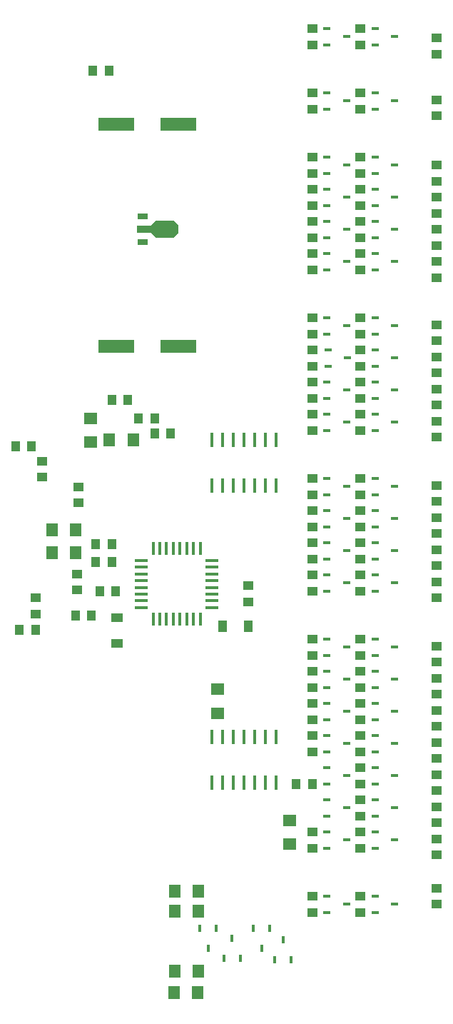
<source format=gbr>
G04 DipTrace 3.3.1.3*
G04 BottomPaste.gbr*
%MOIN*%
G04 #@! TF.FileFunction,Paste,Bot*
G04 #@! TF.Part,Single*
%AMOUTLINE2*
4,1,10,
-0.096457,0.015748,
-0.031834,0.015748,
-0.008212,0.03937,
0.075141,0.03937,
0.096457,0.018054,
0.096457,-0.018054,
0.075141,-0.03937,
-0.008212,-0.03937,
-0.031834,-0.015748,
-0.096457,-0.015748,
-0.096457,0.015748,
0*%
%ADD60R,0.051181X0.031496*%
%ADD64R,0.015748X0.070866*%
%ADD66R,0.011811X0.059055*%
%ADD68R,0.059055X0.011811*%
%ADD70R,0.062992X0.055118*%
%ADD72R,0.033465X0.017717*%
%ADD74R,0.017717X0.033465*%
%ADD76R,0.055118X0.03937*%
%ADD78R,0.03937X0.055118*%
%ADD84R,0.055118X0.062992*%
%ADD86R,0.165354X0.062992*%
%ADD88R,0.043307X0.051181*%
%ADD90R,0.051181X0.043307*%
%ADD96OUTLINE2*%
%FSLAX26Y26*%
G04*
G70*
G90*
G75*
G01*
G04 BotPaste*
%LPD*%
D90*
X1637451Y2356201D3*
Y2431004D3*
D88*
X831201Y2293701D3*
X906005D3*
D86*
X1312449Y4587450D3*
X1021110D3*
D88*
X912451Y4837451D3*
X987255D3*
X999953Y3299950D3*
X1074756D3*
D86*
X1312449Y3549951D3*
X1021110D3*
D90*
X643701Y2374950D3*
Y2300147D3*
X674951Y3012450D3*
Y2937647D3*
D88*
X1274951Y3143701D3*
X1200148D3*
X624951Y3081201D3*
X550148D3*
X643702Y2224950D3*
X568899D3*
D84*
X831202Y2587450D3*
X720966D3*
X831202Y2693701D3*
X720966D3*
D78*
X1637451Y2243701D3*
X1519341D3*
D76*
X1024951Y2281201D3*
Y2163091D3*
D74*
X1599953Y693702D3*
X1525150D3*
X1562551Y784253D3*
X1662453Y831201D3*
X1737256D3*
X1699854Y740650D3*
X1412453Y831201D3*
X1487256D3*
X1449854Y740650D3*
X1837451Y687450D3*
X1762648D3*
X1800050Y778001D3*
D72*
X2231201Y907235D3*
Y982038D3*
X2321752Y944636D3*
X2006201Y907235D3*
Y982038D3*
X2096752Y944636D3*
X2231201Y1357234D3*
Y1432037D3*
X2321752Y1394635D3*
X2006201Y1357234D3*
Y1432037D3*
X2096752Y1394635D3*
X2231201Y1207235D3*
Y1282038D3*
X2321752Y1244636D3*
X2006201Y1207235D3*
Y1282038D3*
X2096752Y1244636D3*
X2231201Y1507235D3*
Y1582038D3*
X2321752Y1544636D3*
X2006201Y1507235D3*
Y1582038D3*
X2096752Y1544636D3*
X2231201Y1657234D3*
Y1732037D3*
X2321752Y1694635D3*
X2006201Y1657234D3*
Y1732037D3*
X2096752Y1694635D3*
X2231201Y1807235D3*
Y1882038D3*
X2321752Y1844636D3*
X2006201Y1807235D3*
Y1882038D3*
X2096752Y1844636D3*
X2231201Y1957234D3*
Y2032037D3*
X2321752Y1994635D3*
X2006201Y1957234D3*
Y2032037D3*
X2096752Y1994635D3*
X2231201Y2107235D3*
Y2182038D3*
X2321752Y2144636D3*
X2006201Y2107235D3*
Y2182038D3*
X2096752Y2144636D3*
X2231201Y2407235D3*
Y2482038D3*
X2321752Y2444636D3*
X2006201Y2407235D3*
Y2482038D3*
X2096752Y2444636D3*
X2231201Y2557235D3*
Y2632038D3*
X2321752Y2594636D3*
X2006201Y2557235D3*
Y2632038D3*
X2096752Y2594636D3*
X2231201Y2707235D3*
Y2782038D3*
X2321752Y2744636D3*
X2006201Y2707235D3*
Y2782038D3*
X2096752Y2744636D3*
X2231201Y2857235D3*
Y2932038D3*
X2321752Y2894636D3*
X2006201Y2857235D3*
Y2932038D3*
X2096752Y2894636D3*
X2231201Y3157235D3*
Y3232038D3*
X2321752Y3194636D3*
X2006201Y3157235D3*
Y3232038D3*
X2096752Y3194636D3*
X2231201Y3307235D3*
Y3382038D3*
X2321752Y3344636D3*
X2006201Y3307235D3*
Y3382038D3*
X2096752Y3344636D3*
X2231201Y3457235D3*
Y3532038D3*
X2321752Y3494636D3*
X2012451Y3457235D3*
Y3532038D3*
X2103003Y3494636D3*
X2231201Y3607235D3*
Y3682038D3*
X2321752Y3644636D3*
X2006201Y3607235D3*
Y3682038D3*
X2096752Y3644636D3*
X2231201Y4957235D3*
Y5032038D3*
X2321752Y4994636D3*
X2006201Y4957235D3*
Y5032038D3*
X2096752Y4994636D3*
X2231201Y4657235D3*
Y4732038D3*
X2321752Y4694636D3*
X2006201Y4657235D3*
Y4732038D3*
X2096752Y4694636D3*
X2231201Y4357235D3*
Y4432038D3*
X2321752Y4394636D3*
X2006201Y4357235D3*
Y4432038D3*
X2096752Y4394636D3*
X2231201Y4207235D3*
Y4282038D3*
X2321752Y4244636D3*
X2006201Y4207235D3*
Y4282038D3*
X2096752Y4244636D3*
X2231201Y4057235D3*
Y4132038D3*
X2321752Y4094636D3*
X2006201Y4057235D3*
Y4132038D3*
X2096752Y4094636D3*
X2231201Y3907235D3*
Y3982038D3*
X2321752Y3944636D3*
X2006201Y3907235D3*
Y3982038D3*
X2096752Y3944636D3*
D84*
X1406202Y1006201D3*
X1295966D3*
X1292668Y531201D3*
X1402904D3*
X1294735Y912451D3*
X1404971D3*
X1406202Y631201D3*
X1295966D3*
D90*
X2162451Y982235D3*
Y907432D3*
X2518702Y1019735D3*
Y944932D3*
X1937451Y982235D3*
Y907432D3*
X2162451Y1432235D3*
Y1357432D3*
X2518702Y1325986D3*
Y1400789D3*
D70*
X1831202Y1224950D3*
Y1335186D3*
D90*
X2162451Y1282235D3*
Y1207432D3*
X2518701Y1175986D3*
Y1250789D3*
X1937451Y1282235D3*
Y1207432D3*
X2162451Y1582235D3*
Y1507432D3*
X2518702Y1475986D3*
Y1550789D3*
D88*
X1862451Y1507235D3*
X1937255D3*
D90*
X2162451Y1732235D3*
Y1657432D3*
X2518701Y1625986D3*
Y1700789D3*
X1937451Y1732235D3*
Y1657432D3*
X2162451Y1882235D3*
Y1807432D3*
X2518702Y1775986D3*
Y1850789D3*
X1937451Y1882235D3*
Y1807432D3*
X2162451Y2032235D3*
Y1957432D3*
X2518702Y1925986D3*
Y2000789D3*
X1937451Y2032235D3*
Y1957432D3*
X2162451Y2182235D3*
Y2107432D3*
X2518701Y2075986D3*
Y2150789D3*
X1937451Y2182235D3*
Y2107432D3*
X2162451Y2482234D3*
Y2407430D3*
X2518702Y2375986D3*
Y2450789D3*
X1937451Y2482234D3*
Y2407430D3*
X2162451Y2632235D3*
Y2557432D3*
X2518702Y2525986D3*
Y2600789D3*
X1937451Y2632235D3*
Y2557432D3*
X2162451Y2782234D3*
Y2707430D3*
X2518702Y2675986D3*
Y2750789D3*
X1937451Y2782234D3*
Y2707430D3*
X2162451Y2932235D3*
Y2857432D3*
X2518702Y2825986D3*
Y2900789D3*
X1937451Y2932235D3*
Y2857432D3*
X2162451Y3232235D3*
Y3157432D3*
X2518701Y3125986D3*
Y3200789D3*
X1937451Y3232235D3*
Y3157432D3*
X2162451Y3382234D3*
Y3307430D3*
X2518701Y3275986D3*
Y3350789D3*
X1937451Y3382234D3*
Y3307430D3*
X2162451Y3532235D3*
Y3457432D3*
X2518701Y3425986D3*
Y3500789D3*
X1937451Y3532235D3*
Y3457432D3*
X2162451Y3682038D3*
Y3607235D3*
X2518702Y3575986D3*
Y3650789D3*
X1937451Y3682234D3*
Y3607430D3*
X2162451Y5032235D3*
Y4957432D3*
X2518701Y4913486D3*
Y4988289D3*
X1937451Y5032235D3*
Y4957432D3*
X2162451Y4732235D3*
Y4657432D3*
X2518702Y4625986D3*
Y4700789D3*
X1937451Y4732235D3*
Y4657432D3*
X2162451Y4432235D3*
Y4357432D3*
X2518702Y4319735D3*
Y4394538D3*
X1937451Y4432235D3*
Y4357432D3*
X2162451Y4282235D3*
Y4207432D3*
X2518701Y4169735D3*
Y4244538D3*
X1937451Y4282235D3*
Y4207432D3*
X2162451Y4132235D3*
Y4057432D3*
X2518702Y4019735D3*
Y4094538D3*
X1937451Y4132235D3*
Y4057432D3*
X2162451Y3982235D3*
Y3907432D3*
X2518701Y3869735D3*
Y3944538D3*
X1937451Y3982235D3*
Y3907432D3*
X843701Y2893701D3*
Y2818898D3*
X837451Y2412451D3*
Y2487255D3*
D88*
X1124951Y3212450D3*
X1199755D3*
D70*
X1493701Y1837450D3*
Y1947686D3*
D84*
X1099951Y3112451D3*
X989715D3*
D70*
X899951Y3212451D3*
Y3102215D3*
D68*
X1468701Y2549951D3*
Y2518455D3*
Y2486959D3*
Y2455463D3*
Y2423967D3*
Y2392471D3*
Y2360975D3*
Y2329479D3*
D66*
X1413583Y2274361D3*
X1382087D3*
X1350591D3*
X1319094D3*
X1287598D3*
X1256102D3*
X1224606D3*
X1193110D3*
D68*
X1137992Y2329479D3*
Y2360975D3*
Y2392471D3*
Y2423967D3*
Y2455463D3*
Y2486959D3*
Y2518455D3*
Y2549951D3*
D66*
X1193110Y2605070D3*
X1224606D3*
X1256102D3*
X1287598D3*
X1319094D3*
X1350591D3*
X1382087D3*
X1413583D3*
D64*
X1468701Y1725984D3*
X1518701D3*
X1568701D3*
X1618701D3*
X1668701D3*
X1718701D3*
X1768701D3*
Y1513386D3*
X1718701D3*
X1668701D3*
X1618701D3*
X1568701D3*
X1518701D3*
X1468701D3*
Y3112450D3*
X1518701D3*
X1568701D3*
X1618701D3*
X1668701D3*
X1718701D3*
X1768701D3*
Y2899852D3*
X1718701D3*
X1668701D3*
X1618701D3*
X1568701D3*
X1518701D3*
X1468701D3*
D60*
X1143702Y4037451D3*
D96*
X1214568Y4096507D3*
D60*
X1143702Y4155562D3*
D88*
X924951Y2624951D3*
X999755D3*
X924951Y2543701D3*
X999755D3*
X1018701Y2406201D3*
X943898D3*
M02*

</source>
